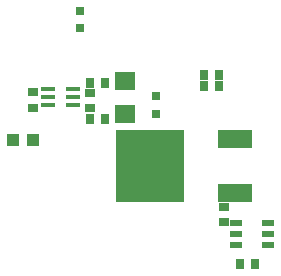
<source format=gbr>
G04 EAGLE Gerber RS-274X export*
G75*
%MOMM*%
%FSLAX34Y34*%
%LPD*%
%INSolderpaste Top*%
%IPPOS*%
%AMOC8*
5,1,8,0,0,1.08239X$1,22.5*%
G01*
%ADD10R,0.800000X0.800000*%
%ADD11R,1.000000X1.100000*%
%ADD12R,3.000000X1.600000*%
%ADD13R,5.800000X6.200000*%
%ADD14R,1.168400X0.355600*%
%ADD15R,0.900000X0.700000*%
%ADD16R,1.803000X1.600000*%
%ADD17R,1.003300X0.550000*%
%ADD18R,0.700000X0.900000*%


D10*
X-22860Y185300D03*
X-22860Y170300D03*
D11*
X-127390Y148590D03*
X-144390Y148590D03*
D12*
X43860Y103505D03*
X43860Y149225D03*
D13*
X-27940Y126365D03*
D14*
X-114300Y191008D03*
X-114300Y184404D03*
X-114300Y177800D03*
X-93472Y177800D03*
X-93472Y184404D03*
X-93472Y191008D03*
D15*
X-127000Y175745D03*
X-127000Y188745D03*
D16*
X-49530Y198310D03*
X-49530Y169870D03*
D10*
X-87630Y242690D03*
X-87630Y257690D03*
D15*
X34290Y91590D03*
X34290Y78590D03*
D17*
X71946Y59080D03*
X71946Y68580D03*
X71946Y78080D03*
X44894Y78080D03*
X44894Y68580D03*
X44894Y59080D03*
D18*
X17630Y203200D03*
X30630Y203200D03*
X17630Y194310D03*
X30630Y194310D03*
X61110Y43180D03*
X48110Y43180D03*
X-78890Y166370D03*
X-65890Y166370D03*
X-78890Y196850D03*
X-65890Y196850D03*
D15*
X-78740Y175110D03*
X-78740Y188110D03*
M02*

</source>
